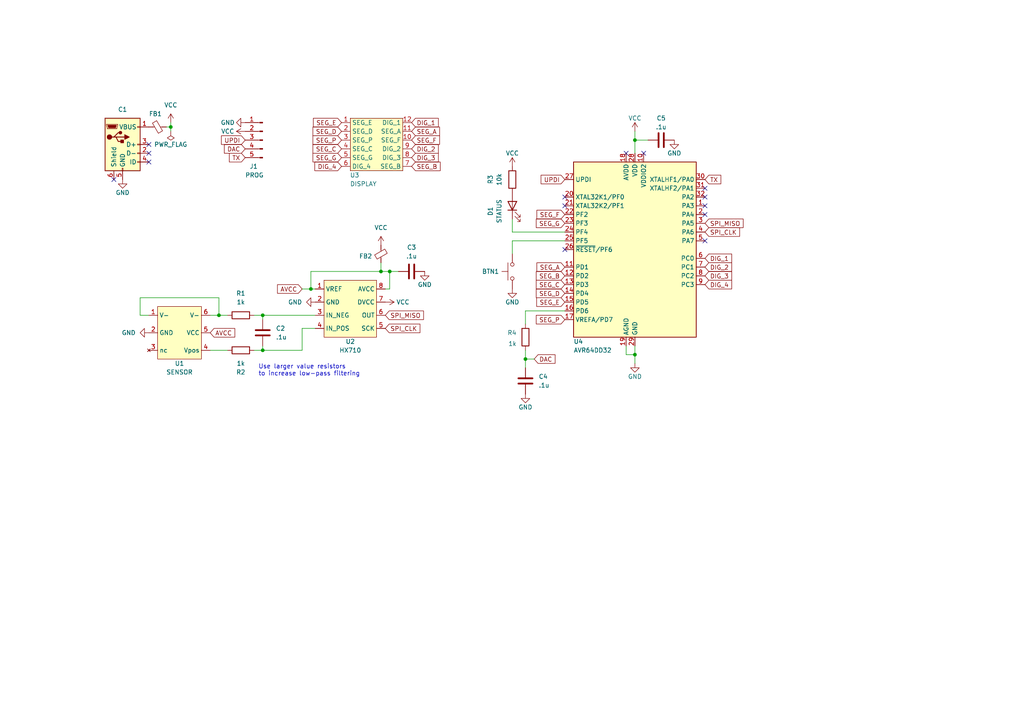
<source format=kicad_sch>
(kicad_sch (version 20230121) (generator eeschema)
  (paper "A4")
  (lib_symbols
    (symbol "Connector:Conn_01x05_Pin" (pin_names (offset 1.016) hide)
      (property "Reference" "J" (at 0 7.62 0))
      (property "Value" "Conn_01x05_Pin" (at 0 -7.62 0))
      (symbol "Conn_01x05_Pin_1_1"
        (polyline (pts (xy 1.27 -5.08) (xy 0.8636 -5.08)) (stroke (width 0.1524)))
        (polyline (pts (xy 1.27 -2.54) (xy 0.8636 -2.54)) (stroke (width 0.1524)))
        (polyline (pts (xy 1.27 0) (xy 0.8636 0)) (stroke (width 0.1524)))
        (polyline (pts (xy 1.27 2.54) (xy 0.8636 2.54)) (stroke (width 0.1524)))
        (polyline (pts (xy 1.27 5.08) (xy 0.8636 5.08)) (stroke (width 0.1524)))
        (rectangle (start 0.8636 -4.953) (end 0 -5.207) (stroke (width 0.1524)) (fill (type outline)))
        (rectangle (start 0.8636 -2.413) (end 0 -2.667) (stroke (width 0.1524)) (fill (type outline)))
        (rectangle (start 0.8636 0.127) (end 0 -0.127) (stroke (width 0.1524)) (fill (type outline)))
        (rectangle (start 0.8636 2.667) (end 0 2.413) (stroke (width 0.1524)) (fill (type outline)))
        (rectangle (start 0.8636 5.207) (end 0 4.953) (stroke (width 0.1524)) (fill (type outline)))
        (pin passive line (at 5.08 5.08 180) (length 3.81) (name "Pin_1") (number "1"))
        (pin passive line (at 5.08 2.54 180) (length 3.81) (name "Pin_2") (number "2"))
        (pin passive line (at 5.08 0 180) (length 3.81) (name "Pin_3") (number "3"))
        (pin passive line (at 5.08 -2.54 180) (length 3.81) (name "Pin_4") (number "4"))
        (pin passive line (at 5.08 -5.08 180) (length 3.81) (name "Pin_5") (number "5"))
      )
    )
    (symbol "Connector:USB_B_Micro" (pin_names (offset 1.016))
      (property "Reference" "J" (at -5.08 11.43 0))
      (property "Value" "USB_B_Micro" (at -5.08 8.89 0))
      (symbol "USB_B_Micro_0_1"
        (rectangle (start -5.08 -7.62) (end 5.08 7.62) (stroke (width 0.254)) (fill (type background)))
        (circle (center -3.81 2.159) (radius 0.635) (stroke (width 0.254)) (fill (type outline)))
        (circle (center -0.635 3.429) (radius 0.381) (stroke (width 0.254)) (fill (type outline)))
        (rectangle (start -0.127 -7.62) (end 0.127 -6.858))
        (polyline (pts (xy -1.905 2.159) (xy 0.635 2.159)) (stroke (width 0.254)))
        (polyline (pts (xy -3.175 2.159) (xy -2.54 2.159) (xy -1.27 3.429) (xy -0.635 3.429)) (stroke (width 0.254)))
        (polyline (pts (xy -2.54 2.159) (xy -1.905 2.159) (xy -1.27 0.889) (xy 0 0.889)) (stroke (width 0.254)))
        (polyline (pts (xy 0.635 2.794) (xy 0.635 1.524) (xy 1.905 2.159) (xy 0.635 2.794)) (stroke (width 0.254)) (fill (type outline)))
        (polyline (pts (xy -4.318 5.588) (xy -1.778 5.588) (xy -2.032 4.826) (xy -4.064 4.826) (xy -4.318 5.588)) (fill (type outline)))
        (polyline (pts (xy -4.699 5.842) (xy -4.699 5.588) (xy -4.445 4.826) (xy -4.445 4.572) (xy -1.651 4.572) (xy -1.651 4.826) (xy -1.397 5.588) (xy -1.397 5.842) (xy -4.699 5.842)))
        (rectangle (start 0.254 1.27) (end -0.508 0.508) (stroke (width 0.254)) (fill (type outline)))
        (rectangle (start 5.08 -5.207) (end 4.318 -4.953))
        (rectangle (start 5.08 -2.667) (end 4.318 -2.413))
        (rectangle (start 5.08 -0.127) (end 4.318 0.127))
        (rectangle (start 5.08 4.953) (end 4.318 5.207))
      )
      (symbol "USB_B_Micro_1_1"
        (pin power_out line (at 7.62 5.08 180) (length 2.54) (name "VBUS") (number "1"))
        (pin bidirectional line (at 7.62 -2.54 180) (length 2.54) (name "D-") (number "2"))
        (pin bidirectional line (at 7.62 0 180) (length 2.54) (name "D+") (number "3"))
        (pin passive line (at 7.62 -5.08 180) (length 2.54) (name "ID") (number "4"))
        (pin power_out line (at 0 -10.16 90) (length 2.54) (name "GND") (number "5"))
        (pin passive line (at -2.54 -10.16 90) (length 2.54) (name "Shield") (number "6"))
      )
    )
    (symbol "Device:C" (pin_numbers hide) (pin_names (offset 0.254))
      (property "Reference" "C" (at 0.635 2.54 0))
      (property "Value" "C" (at 0.635 -2.54 0))
      (symbol "C_0_1"
        (polyline (pts (xy -2.032 -0.762) (xy 2.032 -0.762)) (stroke (width 0.508)))
        (polyline (pts (xy -2.032 0.762) (xy 2.032 0.762)) (stroke (width 0.508)))
      )
      (symbol "C_1_1"
        (pin passive line (at 0 3.81 270) (length 2.794) (name "~") (number "1"))
        (pin passive line (at 0 -3.81 90) (length 2.794) (name "~") (number "2"))
      )
    )
    (symbol "Device:FerriteBead_Small" (pin_numbers hide) (pin_names (offset 0))
      (property "Reference" "FB" (at 1.905 1.27 0))
      (property "Value" "FerriteBead_Small" (at 1.905 -1.27 0))
      (symbol "FerriteBead_Small_0_1"
        (polyline (pts (xy 0 -1.27) (xy 0 -0.7874)))
        (polyline (pts (xy 0 0.889) (xy 0 1.2954)))
        (polyline (pts (xy -1.8288 0.2794) (xy -1.1176 1.4986) (xy 1.8288 -0.2032) (xy 1.1176 -1.4224) (xy -1.8288 0.2794)))
      )
      (symbol "FerriteBead_Small_1_1"
        (pin passive line (at 0 2.54 270) (length 1.27) (name "~") (number "1"))
        (pin passive line (at 0 -2.54 90) (length 1.27) (name "~") (number "2"))
      )
    )
    (symbol "Device:LED" (pin_numbers hide) (pin_names (offset 1.016) hide)
      (property "Reference" "D" (at 0 2.54 0))
      (property "Value" "LED" (at 0 -2.54 0))
      (symbol "LED_0_1"
        (polyline (pts (xy -1.27 -1.27) (xy -1.27 1.27)) (stroke (width 0.254)))
        (polyline (pts (xy -1.27 0) (xy 1.27 0)))
        (polyline (pts (xy 1.27 -1.27) (xy 1.27 1.27) (xy -1.27 0) (xy 1.27 -1.27)) (stroke (width 0.254)))
        (polyline (pts (xy -3.048 -0.762) (xy -4.572 -2.286) (xy -3.81 -2.286) (xy -4.572 -2.286) (xy -4.572 -1.524)))
        (polyline (pts (xy -1.778 -0.762) (xy -3.302 -2.286) (xy -2.54 -2.286) (xy -3.302 -2.286) (xy -3.302 -1.524)))
      )
      (symbol "LED_1_1"
        (pin passive line (at -3.81 0 0) (length 2.54) (name "K") (number "1"))
        (pin passive line (at 3.81 0 180) (length 2.54) (name "A") (number "2"))
      )
    )
    (symbol "Device:R" (pin_numbers hide) (pin_names (offset 0))
      (property "Reference" "R" (at 2.032 0 90))
      (property "Value" "R" (at 0 0 90))
      (symbol "R_0_1"
        (rectangle (start -1.016 -2.54) (end 1.016 2.54) (stroke (width 0.254)))
      )
      (symbol "R_1_1"
        (pin passive line (at 0 3.81 270) (length 1.27) (name "~") (number "1"))
        (pin passive line (at 0 -3.81 90) (length 1.27) (name "~") (number "2"))
      )
    )
    (symbol "MCU_Microchip_AVR_Dx:AVR64DB32x-xPT"
      (property "Reference" "U" (at -17.78 26.67 0))
      (property "Value" "AVR64DB32x-xPT" (at 2.54 -26.67 0))
      (symbol "AVR64DB32x-xPT_0_1"
        (rectangle (start -17.78 25.4) (end 17.78 -25.4) (stroke (width 0.254)) (fill (type background)))
      )
      (symbol "AVR64DB32x-xPT_1_1"
        (pin bidirectional line (at 20.32 12.7 180) (length 2.54) (name "PA3") (number "1"))
        (pin power_in line (at 2.54 27.94 270) (length 2.54) (name "VDDIO2") (number "10"))
        (pin bidirectional line (at -20.32 -5.08 0) (length 2.54) (name "PD1") (number "11"))
        (pin bidirectional line (at -20.32 -7.62 0) (length 2.54) (name "PD2") (number "12"))
        (pin bidirectional line (at -20.32 -10.16 0) (length 2.54) (name "PD3") (number "13"))
        (pin bidirectional line (at -20.32 -12.7 0) (length 2.54) (name "PD4") (number "14"))
        (pin bidirectional line (at -20.32 -15.24 0) (length 2.54) (name "PD5") (number "15"))
        (pin bidirectional line (at -20.32 -17.78 0) (length 2.54) (name "PD6") (number "16"))
        (pin bidirectional line (at -20.32 -20.32 0) (length 2.54) (name "VREFA/PD7") (number "17"))
        (pin power_in line (at -2.54 27.94 270) (length 2.54) (name "AVDD") (number "18"))
        (pin power_in line (at -2.54 -27.94 90) (length 2.54) (name "AGND") (number "19"))
        (pin bidirectional line (at 20.32 10.16 180) (length 2.54) (name "PA4") (number "2"))
        (pin bidirectional line (at -20.32 15.24 0) (length 2.54) (name "XTAL32K1/PF0") (number "20"))
        (pin bidirectional line (at -20.32 12.7 0) (length 2.54) (name "XTAL32K2/PF1") (number "21"))
        (pin bidirectional line (at -20.32 10.16 0) (length 2.54) (name "PF2") (number "22"))
        (pin bidirectional line (at -20.32 7.62 0) (length 2.54) (name "PF3") (number "23"))
        (pin bidirectional line (at -20.32 5.08 0) (length 2.54) (name "PF4") (number "24"))
        (pin bidirectional line (at -20.32 2.54 0) (length 2.54) (name "PF5") (number "25"))
        (pin bidirectional line (at -20.32 0 0) (length 2.54) (name "~{RESET}/PF6") (number "26"))
        (pin input line (at -20.32 20.32 0) (length 2.54) (name "UPDI") (number "27"))
        (pin power_in line (at 0 27.94 270) (length 2.54) (name "VDD") (number "28"))
        (pin power_in line (at 0 -27.94 90) (length 2.54) (name "GND") (number "29"))
        (pin bidirectional line (at 20.32 7.62 180) (length 2.54) (name "PA5") (number "3"))
        (pin bidirectional line (at 20.32 20.32 180) (length 2.54) (name "XTALHF1/PA0") (number "30"))
        (pin bidirectional line (at 20.32 17.78 180) (length 2.54) (name "XTALHF2/PA1") (number "31"))
        (pin bidirectional line (at 20.32 15.24 180) (length 2.54) (name "PA2") (number "32"))
        (pin bidirectional line (at 20.32 5.08 180) (length 2.54) (name "PA6") (number "4"))
        (pin bidirectional line (at 20.32 2.54 180) (length 2.54) (name "PA7") (number "5"))
        (pin bidirectional line (at 20.32 -2.54 180) (length 2.54) (name "PC0") (number "6"))
        (pin bidirectional line (at 20.32 -5.08 180) (length 2.54) (name "PC1") (number "7"))
        (pin bidirectional line (at 20.32 -7.62 180) (length 2.54) (name "PC2") (number "8"))
        (pin bidirectional line (at 20.32 -10.16 180) (length 2.54) (name "PC3") (number "9"))
      )
    )
    (symbol "New_Library:display"
      (property "Reference" "U" (at -6.35 -10.16 0))
      (symbol "display_1_1"
        (rectangle (start -7.62 7.62) (end 7.62 -7.62) (fill (type background)))
        (pin input line (at -10.16 6.35 0) (length 2.54) (name "SEG_E") (number "1"))
        (pin input line (at 10.16 1.27 180) (length 2.54) (name "SEG_F") (number "10"))
        (pin input line (at 10.16 3.81 180) (length 2.54) (name "SEG_A") (number "11"))
        (pin input line (at 10.16 6.35 180) (length 2.54) (name "DIG_1") (number "12"))
        (pin input line (at -10.16 3.81 0) (length 2.54) (name "SEG_D") (number "2"))
        (pin input line (at -10.16 1.27 0) (length 2.54) (name "SEG_P") (number "3"))
        (pin input line (at -10.16 -1.27 0) (length 2.54) (name "SEG_C") (number "4"))
        (pin input line (at -10.16 -3.81 0) (length 2.54) (name "SEG_G") (number "5"))
        (pin input line (at -10.16 -6.35 0) (length 2.54) (name "DIG_4") (number "6"))
        (pin input line (at 10.16 -6.35 180) (length 2.54) (name "SEG_B") (number "7"))
        (pin input line (at 10.16 -3.81 180) (length 2.54) (name "DIG_3") (number "8"))
        (pin input line (at 10.16 -1.27 180) (length 2.54) (name "DIG_2") (number "9"))
      )
    )
    (symbol "New_Library:hx710"
      (property "Reference" "U" (at 0 -10.16 0))
      (symbol "hx710_1_1"
        (rectangle (start -7.62 7.62) (end 7.62 -8.89) (fill (type background)))
        (pin input line (at -10.16 5.08 0) (length 2.54) (name "VREF") (number "1"))
        (pin input line (at -10.16 1.27 0) (length 2.54) (name "GND") (number "2"))
        (pin input line (at -10.16 -2.54 0) (length 2.54) (name "IN_NEG") (number "3"))
        (pin input line (at -10.16 -6.35 0) (length 2.54) (name "IN_POS") (number "4"))
        (pin input line (at 10.16 -6.35 180) (length 2.54) (name "SCK") (number "5"))
        (pin output line (at 10.16 -2.54 180) (length 2.54) (name "OUT") (number "6"))
        (pin input line (at 10.16 1.27 180) (length 2.54) (name "DVCC") (number "7"))
        (pin input line (at 10.16 5.08 180) (length 2.54) (name "AVCC") (number "8"))
      )
    )
    (symbol "New_Library:pressure_sensor"
      (property "Reference" "U" (at -5.08 -8.89 0))
      (symbol "pressure_sensor_1_1"
        (rectangle (start -6.35 7.62) (end 6.35 -7.62) (fill (type background)))
        (pin input line (at -8.89 5.08 0) (length 2.54) (name "V-") (number "1"))
        (pin input line (at -8.89 0 0) (length 2.54) (name "GND") (number "2"))
        (pin no_connect line (at -8.89 -5.08 0) (length 2.54) (name "nc") (number "3"))
        (pin input line (at 8.89 -5.08 180) (length 2.54) (name "Vpos") (number "4"))
        (pin input line (at 8.89 0 180) (length 2.54) (name "VCC") (number "5"))
        (pin input line (at 8.89 5.08 180) (length 2.54) (name "V-") (number "6"))
      )
    )
    (symbol "Switch:SW_Push" (pin_numbers hide) (pin_names (offset 1.016) hide)
      (property "Reference" "SW" (at 1.27 2.54 0))
      (property "Value" "SW_Push" (at 0 -1.524 0))
      (symbol "SW_Push_0_1"
        (circle (center -2.032 0) (radius 0.508))
        (polyline (pts (xy 0 1.27) (xy 0 3.048)))
        (polyline (pts (xy 2.54 1.27) (xy -2.54 1.27)))
        (circle (center 2.032 0) (radius 0.508))
        (pin passive line (at -5.08 0 0) (length 2.54) (name "1") (number "1"))
        (pin passive line (at 5.08 0 180) (length 2.54) (name "2") (number "2"))
      )
    )
    (symbol "power:GND" (power) (pin_names (offset 0))
      (property "Value" "GND" (at 0 -3.81 0))
      (symbol "GND_0_1"
        (polyline (pts (xy 0 0) (xy 0 -1.27) (xy 1.27 -1.27) (xy 0 -2.54) (xy -1.27 -1.27) (xy 0 -1.27)))
      )
      (symbol "GND_1_1"
        (pin power_in line (at 0 0 270) (length 0) hide (name "GND") (number "1"))
      )
    )
    (symbol "power:PWR_FLAG" (power) (pin_numbers hide) (pin_names (offset 0) hide)
      (property "Value" "PWR_FLAG" (at 0 3.81 0))
      (symbol "PWR_FLAG_0_0"
        (pin power_out line (at 0 0 90) (length 0) (name "pwr") (number "1"))
      )
      (symbol "PWR_FLAG_0_1"
        (polyline (pts (xy 0 0) (xy 0 1.27) (xy -1.016 1.905) (xy 0 2.54) (xy 1.016 1.905) (xy 0 1.27)))
      )
    )
    (symbol "power:VCC" (power) (pin_names (offset 0))
      (property "Value" "VCC" (at 0 3.81 0))
      (symbol "VCC_0_1"
        (polyline (pts (xy -0.762 1.27) (xy 0 2.54)))
        (polyline (pts (xy 0 0) (xy 0 2.54)))
        (polyline (pts (xy 0 2.54) (xy 0.762 1.27)))
      )
      (symbol "VCC_1_1"
        (pin power_in line (at 0 0 90) (length 0) hide (name "VCC") (number "1"))
      )
    )
  )
  (junction (at 152.4 104.14))
  (junction (at 184.15 102.87))
  (junction (at 113.03 78.74))
  (junction (at 110.49 78.74))
  (junction (at 63.5 91.44))
  (junction (at 184.15 40.64))
  (junction (at 90.17 83.82))
  (junction (at 76.2 91.44))
  (junction (at 49.53 36.83))
  (junction (at 76.2 101.6))
  (no_connect (at 204.47 54.61))
  (no_connect (at 186.69 44.45))
  (no_connect (at 204.47 62.23))
  (no_connect (at 204.47 59.69))
  (no_connect (at 43.18 46.99))
  (no_connect (at 33.02 52.07))
  (no_connect (at 163.83 59.69))
  (no_connect (at 181.61 44.45))
  (no_connect (at 163.83 72.39))
  (no_connect (at 204.47 57.15))
  (no_connect (at 43.18 44.45))
  (no_connect (at 43.18 41.91))
  (no_connect (at 163.83 57.15))
  (no_connect (at 204.47 69.85))
  (wire (pts (xy 152.4 90.17) (xy 163.83 90.17)))
  (wire (pts (xy 76.2 91.44) (xy 91.44 91.44)))
  (wire (pts (xy 63.5 91.44) (xy 66.04 91.44)))
  (wire (pts (xy 87.63 101.6) (xy 76.2 101.6)))
  (wire (pts (xy 113.03 78.74) (xy 115.57 78.74)))
  (wire (pts (xy 90.17 83.82) (xy 91.44 83.82)))
  (wire (pts (xy 90.17 83.82) (xy 90.17 78.74)))
  (wire (pts (xy 90.17 78.74) (xy 110.49 78.74)))
  (wire (pts (xy 152.4 101.6) (xy 152.4 104.14)))
  (wire (pts (xy 60.96 91.44) (xy 63.5 91.44)))
  (wire (pts (xy 148.59 73.66) (xy 148.59 69.85)))
  (wire (pts (xy 76.2 92.71) (xy 76.2 91.44)))
  (wire (pts (xy 181.61 102.87) (xy 181.61 100.33)))
  (wire (pts (xy 76.2 100.33) (xy 76.2 101.6)))
  (wire (pts (xy 184.15 102.87) (xy 181.61 102.87)))
  (wire (pts (xy 163.83 67.31) (xy 148.59 67.31)))
  (wire (pts (xy 184.15 40.64) (xy 184.15 38.1)))
  (wire (pts (xy 148.59 69.85) (xy 163.83 69.85)))
  (wire (pts (xy 113.03 83.82) (xy 111.76 83.82)))
  (wire (pts (xy 184.15 100.33) (xy 184.15 102.87)))
  (wire (pts (xy 187.96 40.64) (xy 184.15 40.64)))
  (wire (pts (xy 152.4 93.98) (xy 152.4 90.17)))
  (wire (pts (xy 60.96 101.6) (xy 66.04 101.6)))
  (wire (pts (xy 152.4 104.14) (xy 154.94 104.14)))
  (wire (pts (xy 40.64 91.44) (xy 40.64 86.36)))
  (wire (pts (xy 152.4 104.14) (xy 152.4 106.68)))
  (wire (pts (xy 63.5 86.36) (xy 63.5 91.44)))
  (wire (pts (xy 87.63 95.25) (xy 87.63 101.6)))
  (wire (pts (xy 48.26 36.83) (xy 49.53 36.83)))
  (wire (pts (xy 76.2 101.6) (xy 73.66 101.6)))
  (wire (pts (xy 40.64 86.36) (xy 63.5 86.36)))
  (wire (pts (xy 148.59 67.31) (xy 148.59 63.5)))
  (wire (pts (xy 184.15 40.64) (xy 184.15 44.45)))
  (wire (pts (xy 87.63 83.82) (xy 90.17 83.82)))
  (wire (pts (xy 49.53 36.83) (xy 49.53 35.56)))
  (wire (pts (xy 110.49 76.2) (xy 110.49 78.74)))
  (wire (pts (xy 91.44 95.25) (xy 87.63 95.25)))
  (wire (pts (xy 184.15 102.87) (xy 184.15 105.41)))
  (wire (pts (xy 49.53 36.83) (xy 49.53 38.1)))
  (wire (pts (xy 40.64 91.44) (xy 43.18 91.44)))
  (wire (pts (xy 110.49 78.74) (xy 113.03 78.74)))
  (wire (pts (xy 76.2 91.44) (xy 73.66 91.44)))
  (wire (pts (xy 113.03 78.74) (xy 113.03 83.82)))
  (text "Use larger value resistors \nto increase low-pass filtering" (at 74.93 109.22 0) (effects (font (size 1.27 1.27)) (justify left bottom)))
  (global_label "SEG_E" (shape input) (at 163.83 87.63 180) (property "Intersheetrefs" "${INTERSHEET_REFS}" (effects hide)))
  (global_label "SPI_MISO" (shape input) (at 204.47 64.77 0) (property "Intersheetrefs" "${INTERSHEET_REFS}" (effects hide)))
  (global_label "UPDI" (shape input) (at 71.12 40.64 180) (property "Intersheetrefs" "${INTERSHEET_REFS}" (effects hide)))
  (global_label "DAC" (shape input) (at 154.94 104.14 0) (property "Intersheetrefs" "${INTERSHEET_REFS}" (effects hide)))
  (global_label "SEG_P" (shape input) (at 99.06 40.64 180) (property "Intersheetrefs" "${INTERSHEET_REFS}" (effects hide)))
  (global_label "SEG_C" (shape input) (at 99.06 43.18 180) (property "Intersheetrefs" "${INTERSHEET_REFS}" (effects hide)))
  (global_label "DIG_3" (shape input) (at 119.38 45.72 0) (property "Intersheetrefs" "${INTERSHEET_REFS}" (effects hide)))
  (global_label "DIG_3" (shape input) (at 204.47 80.01 0) (property "Intersheetrefs" "${INTERSHEET_REFS}" (effects hide)))
  (global_label "SEG_F" (shape input) (at 119.38 40.64 0) (property "Intersheetrefs" "${INTERSHEET_REFS}" (effects hide)))
  (global_label "DIG_2" (shape input) (at 119.38 43.18 0) (property "Intersheetrefs" "${INTERSHEET_REFS}" (effects hide)))
  (global_label "SEG_A" (shape input) (at 119.38 38.1 0) (property "Intersheetrefs" "${INTERSHEET_REFS}" (effects hide)))
  (global_label "TX" (shape input) (at 71.12 45.72 180) (property "Intersheetrefs" "${INTERSHEET_REFS}" (effects hide)))
  (global_label "DIG_1" (shape input) (at 119.38 35.56 0) (property "Intersheetrefs" "${INTERSHEET_REFS}" (effects hide)))
  (global_label "AVCC" (shape input) (at 87.63 83.82 180) (property "Intersheetrefs" "${INTERSHEET_REFS}" (effects hide)))
  (global_label "SEG_P" (shape input) (at 163.83 92.71 180) (property "Intersheetrefs" "${INTERSHEET_REFS}" (effects hide)))
  (global_label "SEG_C" (shape input) (at 163.83 82.55 180) (property "Intersheetrefs" "${INTERSHEET_REFS}" (effects hide)))
  (global_label "SEG_B" (shape input) (at 119.38 48.26 0) (property "Intersheetrefs" "${INTERSHEET_REFS}" (effects hide)))
  (global_label "DIG_4" (shape input) (at 99.06 48.26 180) (property "Intersheetrefs" "${INTERSHEET_REFS}" (effects hide)))
  (global_label "AVCC" (shape input) (at 60.96 96.52 0) (property "Intersheetrefs" "${INTERSHEET_REFS}" (effects hide)))
  (global_label "SPI_CLK" (shape input) (at 111.76 95.25 0) (property "Intersheetrefs" "${INTERSHEET_REFS}" (effects hide)))
  (global_label "SEG_B" (shape input) (at 163.83 80.01 180) (property "Intersheetrefs" "${INTERSHEET_REFS}" (effects hide)))
  (global_label "SEG_D" (shape input) (at 163.83 85.09 180) (property "Intersheetrefs" "${INTERSHEET_REFS}" (effects hide)))
  (global_label "DIG_4" (shape input) (at 204.47 82.55 0) (property "Intersheetrefs" "${INTERSHEET_REFS}" (effects hide)))
  (global_label "DIG_1" (shape input) (at 204.47 74.93 0) (property "Intersheetrefs" "${INTERSHEET_REFS}" (effects hide)))
  (global_label "SPI_MISO" (shape input) (at 111.76 91.44 0) (property "Intersheetrefs" "${INTERSHEET_REFS}" (effects hide)))
  (global_label "DIG_2" (shape input) (at 204.47 77.47 0) (property "Intersheetrefs" "${INTERSHEET_REFS}" (effects hide)))
  (global_label "SEG_F" (shape input) (at 163.83 62.23 180) (property "Intersheetrefs" "${INTERSHEET_REFS}" (effects hide)))
  (global_label "DAC" (shape input) (at 71.12 43.18 180) (property "Intersheetrefs" "${INTERSHEET_REFS}" (effects hide)))
  (global_label "UPDI" (shape input) (at 163.83 52.07 180) (property "Intersheetrefs" "${INTERSHEET_REFS}" (effects hide)))
  (global_label "SEG_E" (shape input) (at 99.06 35.56 180) (property "Intersheetrefs" "${INTERSHEET_REFS}" (effects hide)))
  (global_label "SPI_CLK" (shape input) (at 204.47 67.31 0) (property "Intersheetrefs" "${INTERSHEET_REFS}" (effects hide)))
  (global_label "SEG_G" (shape input) (at 99.06 45.72 180) (property "Intersheetrefs" "${INTERSHEET_REFS}" (effects hide)))
  (global_label "SEG_G" (shape input) (at 163.83 64.77 180) (property "Intersheetrefs" "${INTERSHEET_REFS}" (effects hide)))
  (global_label "TX" (shape input) (at 204.47 52.07 0) (property "Intersheetrefs" "${INTERSHEET_REFS}" (effects hide)))
  (global_label "SEG_A" (shape input) (at 163.83 77.47 180) (property "Intersheetrefs" "${INTERSHEET_REFS}" (effects hide)))
  (global_label "SEG_D" (shape input) (at 99.06 38.1 180) (property "Intersheetrefs" "${INTERSHEET_REFS}" (effects hide)))
  (symbol (lib_id "New_Library:hx710") (at 101.6 88.9 0) (unit 1)
    (property "Reference" "U2" (at 101.6 99.06 0))
    (property "Value" "HX710" (at 101.6 101.6 0))
    (property "Footprint" "Package_SO:SSOP-8_3.9x5.05mm_P1.27mm" (effects hide))
  )
  (symbol (lib_id "power:PWR_FLAG") (at 49.53 38.1 180) (unit 1)
    (property "Reference" "#FLG01" (effects hide))
    (property "Value" "PWR_FLAG" (at 49.53 41.91 0))
  )
  (symbol (lib_id "power:GND") (at 71.12 35.56 270) (unit 1)
    (property "Reference" "#PWR04" (effects hide))
    (property "Value" "GND" (at 66.04 35.56 90))
  )
  (symbol (lib_id "power:GND") (at 148.59 83.82 0) (unit 1)
    (property "Reference" "#PWR011" (effects hide))
    (property "Value" "GND" (at 148.59 87.63 0))
  )
  (symbol (lib_id "power:GND") (at 152.4 114.3 0) (unit 1)
    (property "Reference" "#PWR012" (effects hide))
    (property "Value" "GND" (at 152.4 118.11 0))
  )
  (symbol (lib_id "Device:R") (at 148.59 52.07 180) (unit 1)
    (property "Reference" "R3" (at 142.24 52.07 90))
    (property "Value" "10k" (at 144.78 52.07 90))
    (property "Footprint" "Resistor_SMD:R_0805_2012Metric_Pad1.20x1.40mm_HandSolder" (effects hide))
  )
  (symbol (lib_id "Device:FerriteBead_Small") (at 45.72 36.83 90) (mirror x) (unit 1)
    (property "Reference" "FB1" (at 43.18 33.02 90) (effects (justify right)))
    (property "Value" "FerriteBead_Small" (effects hide))
    (property "Footprint" "Resistor_SMD:R_0805_2012Metric_Pad1.20x1.40mm_HandSolder" (effects hide))
  )
  (symbol (lib_id "Device:C") (at 119.38 78.74 90) (unit 1)
    (property "Reference" "C3" (at 119.38 71.755 90))
    (property "Value" ".1u" (at 119.38 74.295 90))
    (property "Footprint" "Capacitor_SMD:C_0805_2012Metric_Pad1.18x1.45mm_HandSolder" (effects hide))
  )
  (symbol (lib_id "power:GND") (at 195.58 40.64 0) (unit 1)
    (property "Reference" "#PWR015" (effects hide))
    (property "Value" "GND" (at 195.58 44.45 0))
  )
  (symbol (lib_id "power:VCC") (at 49.53 35.56 0) (unit 1)
    (property "Reference" "#PWR03" (effects hide))
    (property "Value" "VCC" (at 49.53 30.48 0))
  )
  (symbol (lib_id "Device:C") (at 76.2 96.52 0) (unit 1)
    (property "Reference" "C2" (at 80.01 95.25 0) (effects (justify left)))
    (property "Value" ".1u" (at 80.01 97.79 0) (effects (justify left)))
    (property "Footprint" "Capacitor_SMD:C_0805_2012Metric_Pad1.18x1.45mm_HandSolder" (effects hide))
  )
  (symbol (lib_id "New_Library:pressure_sensor") (at 52.07 96.52 0) (unit 1)
    (property "Reference" "U1" (at 52.07 105.41 0))
    (property "Value" "SENSOR" (at 52.07 107.95 0))
    (property "Footprint" "Library:pressure-sensor-SOIC-6" (effects hide))
  )
  (symbol (lib_id "power:VCC") (at 110.49 71.12 0) (unit 1)
    (property "Reference" "#PWR07" (effects hide))
    (property "Value" "VCC" (at 110.49 66.04 0))
  )
  (symbol (lib_id "New_Library:display") (at 109.22 41.91 0) (unit 1)
    (property "Reference" "U3" (at 102.87 50.8 0))
    (property "Value" "DISPLAY" (at 105.41 53.34 0))
    (property "Footprint" "Library:7_seg_display_DIP12" (effects hide))
  )
  (symbol (lib_id "power:VCC") (at 111.76 87.63 270) (unit 1)
    (property "Reference" "#PWR08" (effects hide))
    (property "Value" "VCC" (at 114.935 87.63 90) (effects (justify left)))
  )
  (symbol (lib_id "power:VCC") (at 184.15 38.1 0) (unit 1)
    (property "Reference" "#PWR013" (effects hide))
    (property "Value" "VCC" (at 184.15 34.29 0))
  )
  (symbol (lib_id "Device:R") (at 152.4 97.79 0) (mirror y) (unit 1)
    (property "Reference" "R4" (at 149.86 96.52 0) (effects (justify left)))
    (property "Value" "1k" (at 149.86 99.695 0) (effects (justify left)))
    (property "Footprint" "Resistor_SMD:R_0805_2012Metric_Pad1.20x1.40mm_HandSolder" (effects hide))
  )
  (symbol (lib_id "Device:LED") (at 148.59 59.69 90) (unit 1)
    (property "Reference" "D1" (at 142.24 61.2775 0))
    (property "Value" "STATUS" (at 144.78 61.2775 0))
    (property "Footprint" "LED_SMD:LED_0805_2012Metric_Pad1.15x1.40mm_HandSolder" (effects hide))
  )
  (symbol (lib_id "Device:FerriteBead_Small") (at 110.49 73.66 0) (mirror x) (unit 1)
    (property "Reference" "FB2" (at 107.95 74.295 0) (effects (justify right)))
    (property "Value" "FerriteBead_Small" (effects hide))
    (property "Footprint" "Resistor_SMD:R_0805_2012Metric_Pad1.20x1.40mm_HandSolder" (effects hide))
  )
  (symbol (lib_id "Device:R") (at 69.85 91.44 90) (unit 1)
    (property "Reference" "R1" (at 69.85 85.09 90))
    (property "Value" "1k" (at 69.85 87.63 90))
    (property "Footprint" "Resistor_SMD:R_0805_2012Metric_Pad1.20x1.40mm_HandSolder" (effects hide))
  )
  (symbol (lib_id "Connector:USB_B_Micro") (at 35.56 41.91 0) (unit 1)
    (property "Reference" "C1" (at 35.56 31.75 0))
    (property "Value" "USB_B_Micro" (effects hide))
    (property "Footprint" "Connector_USB:USB_Micro-B_Amphenol_10118193-0001LF_Horizontal" (effects hide))
  )
  (symbol (lib_id "power:GND") (at 123.19 78.74 0) (unit 1)
    (property "Reference" "#PWR09" (effects hide))
    (property "Value" "GND" (at 123.19 82.55 0))
  )
  (symbol (lib_id "MCU_Microchip_AVR_Dx:AVR64DB32x-xPT") (at 184.15 72.39 0) (unit 1)
    (property "Reference" "U4" (at 166.37 99.06 0) (effects (justify left)))
    (property "Value" "AVR64DD32" (at 166.37 101.6 0) (effects (justify left)))
    (property "Footprint" "Package_QFP:TQFP-32_7x7mm_P0.8mm" (effects hide))
    (property "Datasheet" "https://ww1.microchip.com/downloads/en/DeviceDoc/AVR64DB28-32-48-64-DataSheet-DS40002300A.pdf" (effects hide))
  )
  (symbol (lib_id "power:GND") (at 35.56 52.07 0) (unit 1)
    (property "Reference" "#PWR01" (effects hide))
    (property "Value" "GND" (at 35.56 55.88 0))
  )
  (symbol (lib_id "power:GND") (at 43.18 96.52 270) (unit 1)
    (property "Reference" "#PWR02" (effects hide))
    (property "Value" "GND" (at 39.37 96.52 90) (effects (justify right)))
  )
  (symbol (lib_id "Connector:Conn_01x05_Pin") (at 76.2 40.64 0) (mirror y) (unit 1)
    (property "Reference" "J1" (at 72.39 48.26 0) (effects (justify right)))
    (property "Value" "PROG" (at 71.12 50.8 0) (effects (justify right)))
    (property "Footprint" "Connector_PinHeader_2.54mm:PinHeader_1x05_P2.54mm_Vertical" (effects hide))
  )
  (symbol (lib_id "power:GND") (at 184.15 105.41 0) (unit 1)
    (property "Reference" "#PWR014" (effects hide))
    (property "Value" "GND" (at 184.15 109.22 0))
  )
  (symbol (lib_id "power:VCC") (at 71.12 38.1 90) (unit 1)
    (property "Reference" "#PWR05" (effects hide))
    (property "Value" "VCC" (at 66.04 38.1 90))
  )
  (symbol (lib_id "Device:C") (at 191.77 40.64 90) (unit 1)
    (property "Reference" "C5" (at 191.77 34.29 90))
    (property "Value" ".1u" (at 191.77 36.83 90))
    (property "Footprint" "Capacitor_SMD:C_0805_2012Metric_Pad1.18x1.45mm_HandSolder" (effects hide))
  )
  (symbol (lib_id "power:VCC") (at 148.59 48.26 0) (unit 1)
    (property "Reference" "#PWR010" (effects hide))
    (property "Value" "VCC" (at 148.59 44.45 0))
  )
  (symbol (lib_id "Device:C") (at 152.4 110.49 0) (unit 1)
    (property "Reference" "C4" (at 156.21 109.22 0) (effects (justify left)))
    (property "Value" ".1u" (at 156.21 111.76 0) (effects (justify left)))
    (property "Footprint" "Capacitor_SMD:C_0805_2012Metric_Pad1.18x1.45mm_HandSolder" (effects hide))
  )
  (symbol (lib_id "Device:R") (at 69.85 101.6 270) (mirror x) (unit 1)
    (property "Reference" "R2" (at 69.85 107.95 90))
    (property "Value" "1k" (at 69.85 105.41 90))
    (property "Footprint" "Resistor_SMD:R_0805_2012Metric_Pad1.20x1.40mm_HandSolder" (effects hide))
  )
  (symbol (lib_id "power:GND") (at 91.44 87.63 270) (unit 1)
    (property "Reference" "#PWR06" (effects hide))
    (property "Value" "GND" (at 87.63 87.63 90) (effects (justify right)))
  )
  (symbol (lib_id "Switch:SW_Push") (at 148.59 78.74 90) (mirror x) (unit 1)
    (property "Reference" "BTN1" (at 144.78 78.74 90) (effects (justify left)))
    (property "Value" "SW_Push" (effects hide))
    (property "Footprint" "Button_Switch_THT:SW_PUSH_6mm_H5mm" (effects hide))
  )
)
</source>
